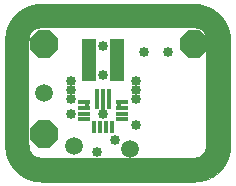
<source format=gts>
G04 EAGLE Gerber RS-274X export*
G75*
%MOMM*%
%FSLAX35Y35*%
%LPD*%
%INsolder_mask_top*%
%IPPOS*%
%AMOC8*
5,1,8,0,0,1.08239X$1,22.5*%
G01*
%ADD10C,2.000000*%
%ADD11C,0.010000*%
%ADD12R,0.453200X1.003200*%
%ADD13R,1.003200X0.453200*%
%ADD14R,0.453200X2.103200*%
%ADD15R,0.453200X1.753200*%
%ADD16R,0.453200X0.803200*%
%ADD17R,1.203200X3.603200*%
%ADD18P,2.556822X8X22.500000*%
%ADD19C,1.503200*%
%ADD20C,0.853200*%


D10*
X1500000Y4300000D02*
X2800000Y4300000D01*
X2804833Y4299942D01*
X2809663Y4299766D01*
X2814487Y4299475D01*
X2819303Y4299066D01*
X2824107Y4298542D01*
X2828898Y4297901D01*
X2833671Y4297145D01*
X2838425Y4296274D01*
X2843157Y4295288D01*
X2847863Y4294188D01*
X2852541Y4292975D01*
X2857189Y4291649D01*
X2861803Y4290211D01*
X2866382Y4288662D01*
X2870921Y4287003D01*
X2875419Y4285235D01*
X2879873Y4283358D01*
X2884280Y4281375D01*
X2888638Y4279285D01*
X2892945Y4277091D01*
X2897197Y4274794D01*
X2901392Y4272394D01*
X2905528Y4269894D01*
X2909603Y4267294D01*
X2913613Y4264597D01*
X2917557Y4261803D01*
X2921433Y4258916D01*
X2925237Y4255935D01*
X2928968Y4252863D01*
X2932625Y4249702D01*
X2936203Y4246454D01*
X2939702Y4243120D01*
X2943120Y4239702D01*
X2946454Y4236203D01*
X2949702Y4232625D01*
X2952863Y4228968D01*
X2955935Y4225237D01*
X2958916Y4221433D01*
X2961803Y4217557D01*
X2964597Y4213613D01*
X2967294Y4209603D01*
X2969894Y4205528D01*
X2972394Y4201392D01*
X2974794Y4197197D01*
X2977091Y4192945D01*
X2979285Y4188638D01*
X2981375Y4184280D01*
X2983358Y4179873D01*
X2985235Y4175419D01*
X2987003Y4170921D01*
X2988662Y4166382D01*
X2990211Y4161803D01*
X2991649Y4157189D01*
X2992975Y4152541D01*
X2994188Y4147863D01*
X2995288Y4143157D01*
X2996274Y4138425D01*
X2997145Y4133671D01*
X2997901Y4128898D01*
X2998542Y4124107D01*
X2999066Y4119303D01*
X2999475Y4114487D01*
X2999766Y4109663D01*
X2999942Y4104833D01*
X3000000Y4100000D01*
X3000000Y3200000D01*
X2999942Y3195167D01*
X2999766Y3190337D01*
X2999475Y3185513D01*
X2999066Y3180697D01*
X2998542Y3175893D01*
X2997901Y3171102D01*
X2997145Y3166329D01*
X2996274Y3161575D01*
X2995288Y3156843D01*
X2994188Y3152137D01*
X2992975Y3147459D01*
X2991649Y3142811D01*
X2990211Y3138197D01*
X2988662Y3133618D01*
X2987003Y3129079D01*
X2985235Y3124581D01*
X2983358Y3120127D01*
X2981375Y3115720D01*
X2979285Y3111362D01*
X2977091Y3107055D01*
X2974794Y3102803D01*
X2972394Y3098608D01*
X2969894Y3094472D01*
X2967294Y3090397D01*
X2964597Y3086387D01*
X2961803Y3082443D01*
X2958916Y3078567D01*
X2955935Y3074763D01*
X2952863Y3071032D01*
X2949702Y3067375D01*
X2946454Y3063797D01*
X2943120Y3060298D01*
X2939702Y3056880D01*
X2936203Y3053546D01*
X2932625Y3050298D01*
X2928968Y3047137D01*
X2925237Y3044065D01*
X2921433Y3041084D01*
X2917557Y3038197D01*
X2913613Y3035403D01*
X2909603Y3032706D01*
X2905528Y3030106D01*
X2901392Y3027606D01*
X2897197Y3025206D01*
X2892945Y3022909D01*
X2888638Y3020715D01*
X2884280Y3018625D01*
X2879873Y3016642D01*
X2875419Y3014765D01*
X2870921Y3012997D01*
X2866382Y3011338D01*
X2861803Y3009789D01*
X2857189Y3008351D01*
X2852541Y3007025D01*
X2847863Y3005812D01*
X2843157Y3004712D01*
X2838425Y3003726D01*
X2833671Y3002855D01*
X2828898Y3002099D01*
X2824107Y3001458D01*
X2819303Y3000934D01*
X2814487Y3000525D01*
X2809663Y3000234D01*
X2804833Y3000058D01*
X2800000Y3000000D01*
X1300000Y3200000D02*
X1300000Y4100000D01*
X1300000Y3200000D02*
X1300058Y3195167D01*
X1300234Y3190337D01*
X1300525Y3185513D01*
X1300934Y3180697D01*
X1301458Y3175893D01*
X1302099Y3171102D01*
X1302855Y3166329D01*
X1303726Y3161575D01*
X1304712Y3156843D01*
X1305812Y3152137D01*
X1307025Y3147459D01*
X1308351Y3142811D01*
X1309789Y3138197D01*
X1311338Y3133618D01*
X1312997Y3129079D01*
X1314765Y3124581D01*
X1316642Y3120127D01*
X1318625Y3115720D01*
X1320715Y3111362D01*
X1322909Y3107055D01*
X1325206Y3102803D01*
X1327606Y3098608D01*
X1330106Y3094472D01*
X1332706Y3090397D01*
X1335403Y3086387D01*
X1338197Y3082443D01*
X1341084Y3078567D01*
X1344065Y3074763D01*
X1347137Y3071032D01*
X1350298Y3067375D01*
X1353546Y3063797D01*
X1356880Y3060298D01*
X1360298Y3056880D01*
X1363797Y3053546D01*
X1367375Y3050298D01*
X1371032Y3047137D01*
X1374763Y3044065D01*
X1378567Y3041084D01*
X1382443Y3038197D01*
X1386387Y3035403D01*
X1390397Y3032706D01*
X1394472Y3030106D01*
X1398608Y3027606D01*
X1402803Y3025206D01*
X1407055Y3022909D01*
X1411362Y3020715D01*
X1415720Y3018625D01*
X1420127Y3016642D01*
X1424581Y3014765D01*
X1429079Y3012997D01*
X1433618Y3011338D01*
X1438197Y3009789D01*
X1442811Y3008351D01*
X1447459Y3007025D01*
X1452137Y3005812D01*
X1456843Y3004712D01*
X1461575Y3003726D01*
X1466329Y3002855D01*
X1471102Y3002099D01*
X1475893Y3001458D01*
X1480697Y3000934D01*
X1485513Y3000525D01*
X1490337Y3000234D01*
X1495167Y3000058D01*
X1500000Y3000000D01*
X2800000Y3000000D01*
X1500000Y4300000D02*
X1495167Y4299942D01*
X1490337Y4299766D01*
X1485513Y4299475D01*
X1480697Y4299066D01*
X1475893Y4298542D01*
X1471102Y4297901D01*
X1466329Y4297145D01*
X1461575Y4296274D01*
X1456843Y4295288D01*
X1452137Y4294188D01*
X1447459Y4292975D01*
X1442811Y4291649D01*
X1438197Y4290211D01*
X1433618Y4288662D01*
X1429079Y4287003D01*
X1424581Y4285235D01*
X1420127Y4283358D01*
X1415720Y4281375D01*
X1411362Y4279285D01*
X1407055Y4277091D01*
X1402803Y4274794D01*
X1398608Y4272394D01*
X1394472Y4269894D01*
X1390397Y4267294D01*
X1386387Y4264597D01*
X1382443Y4261803D01*
X1378567Y4258916D01*
X1374763Y4255935D01*
X1371032Y4252863D01*
X1367375Y4249702D01*
X1363797Y4246454D01*
X1360298Y4243120D01*
X1356880Y4239702D01*
X1353546Y4236203D01*
X1350298Y4232625D01*
X1347137Y4228968D01*
X1344065Y4225237D01*
X1341084Y4221433D01*
X1338197Y4217557D01*
X1335403Y4213613D01*
X1332706Y4209603D01*
X1330106Y4205528D01*
X1327606Y4201392D01*
X1325206Y4197197D01*
X1322909Y4192945D01*
X1320715Y4188638D01*
X1318625Y4184280D01*
X1316642Y4179873D01*
X1314765Y4175419D01*
X1312997Y4170921D01*
X1311338Y4166382D01*
X1309789Y4161803D01*
X1308351Y4157189D01*
X1307025Y4152541D01*
X1305812Y4147863D01*
X1304712Y4143157D01*
X1303726Y4138425D01*
X1302855Y4133671D01*
X1302099Y4128898D01*
X1301458Y4124107D01*
X1300934Y4119303D01*
X1300525Y4114487D01*
X1300234Y4109663D01*
X1300058Y4104833D01*
X1300000Y4100000D01*
D11*
X3100000Y4100000D02*
X3100000Y3200000D01*
X3099912Y3192751D01*
X3099650Y3185506D01*
X3099212Y3178270D01*
X3098599Y3171046D01*
X3097813Y3163839D01*
X3096852Y3156653D01*
X3095718Y3149493D01*
X3094411Y3142362D01*
X3092932Y3135265D01*
X3091283Y3128205D01*
X3089463Y3121188D01*
X3087474Y3114216D01*
X3085317Y3107295D01*
X3082994Y3100428D01*
X3080505Y3093619D01*
X3077852Y3086872D01*
X3075038Y3080191D01*
X3072062Y3073580D01*
X3068928Y3067043D01*
X3065637Y3060583D01*
X3062190Y3054205D01*
X3058591Y3047912D01*
X3054840Y3041708D01*
X3050941Y3035596D01*
X3046895Y3029581D01*
X3042705Y3023664D01*
X3038373Y3017851D01*
X3033902Y3012144D01*
X3029295Y3006547D01*
X3024553Y3001063D01*
X3019681Y2995695D01*
X3014680Y2990447D01*
X3009553Y2985320D01*
X3004305Y2980319D01*
X2998937Y2975447D01*
X2993453Y2970705D01*
X2987856Y2966098D01*
X2982149Y2961627D01*
X2976336Y2957295D01*
X2970419Y2953105D01*
X2964404Y2949059D01*
X2958292Y2945160D01*
X2952088Y2941409D01*
X2945795Y2937810D01*
X2939417Y2934363D01*
X2932957Y2931072D01*
X2926420Y2927938D01*
X2919809Y2924962D01*
X2913128Y2922148D01*
X2906381Y2919495D01*
X2899572Y2917006D01*
X2892705Y2914683D01*
X2885784Y2912526D01*
X2878812Y2910537D01*
X2871795Y2908717D01*
X2864735Y2907068D01*
X2857638Y2905589D01*
X2850507Y2904282D01*
X2843347Y2903148D01*
X2836161Y2902187D01*
X2828954Y2901401D01*
X2821730Y2900788D01*
X2814494Y2900350D01*
X2807249Y2900088D01*
X2800000Y2900000D01*
X1500000Y2900000D01*
X1492751Y2900088D01*
X1485506Y2900350D01*
X1478270Y2900788D01*
X1471046Y2901401D01*
X1463839Y2902187D01*
X1456653Y2903148D01*
X1449493Y2904282D01*
X1442362Y2905589D01*
X1435265Y2907068D01*
X1428205Y2908717D01*
X1421188Y2910537D01*
X1414216Y2912526D01*
X1407295Y2914683D01*
X1400428Y2917006D01*
X1393619Y2919495D01*
X1386872Y2922148D01*
X1380191Y2924962D01*
X1373580Y2927938D01*
X1367043Y2931072D01*
X1360583Y2934363D01*
X1354205Y2937810D01*
X1347912Y2941409D01*
X1341708Y2945160D01*
X1335596Y2949059D01*
X1329581Y2953105D01*
X1323664Y2957295D01*
X1317851Y2961627D01*
X1312144Y2966098D01*
X1306547Y2970705D01*
X1301063Y2975447D01*
X1295695Y2980319D01*
X1290447Y2985320D01*
X1285320Y2990447D01*
X1280319Y2995695D01*
X1275447Y3001063D01*
X1270705Y3006547D01*
X1266098Y3012144D01*
X1261627Y3017851D01*
X1257295Y3023664D01*
X1253105Y3029581D01*
X1249059Y3035596D01*
X1245160Y3041708D01*
X1241409Y3047912D01*
X1237810Y3054205D01*
X1234363Y3060583D01*
X1231072Y3067043D01*
X1227938Y3073580D01*
X1224962Y3080191D01*
X1222148Y3086872D01*
X1219495Y3093619D01*
X1217006Y3100428D01*
X1214683Y3107295D01*
X1212526Y3114216D01*
X1210537Y3121188D01*
X1208717Y3128205D01*
X1207068Y3135265D01*
X1205589Y3142362D01*
X1204282Y3149493D01*
X1203148Y3156653D01*
X1202187Y3163839D01*
X1201401Y3171046D01*
X1200788Y3178270D01*
X1200350Y3185506D01*
X1200088Y3192751D01*
X1200000Y3200000D01*
X1200000Y4100000D01*
X1200088Y4107249D01*
X1200350Y4114494D01*
X1200788Y4121730D01*
X1201401Y4128954D01*
X1202187Y4136161D01*
X1203148Y4143347D01*
X1204282Y4150507D01*
X1205589Y4157638D01*
X1207068Y4164735D01*
X1208717Y4171795D01*
X1210537Y4178812D01*
X1212526Y4185784D01*
X1214683Y4192705D01*
X1217006Y4199572D01*
X1219495Y4206381D01*
X1222148Y4213128D01*
X1224962Y4219809D01*
X1227938Y4226420D01*
X1231072Y4232957D01*
X1234363Y4239417D01*
X1237810Y4245795D01*
X1241409Y4252088D01*
X1245160Y4258292D01*
X1249059Y4264404D01*
X1253105Y4270419D01*
X1257295Y4276336D01*
X1261627Y4282149D01*
X1266098Y4287856D01*
X1270705Y4293453D01*
X1275447Y4298937D01*
X1280319Y4304305D01*
X1285320Y4309553D01*
X1290447Y4314680D01*
X1295695Y4319681D01*
X1301063Y4324553D01*
X1306547Y4329295D01*
X1312144Y4333902D01*
X1317851Y4338373D01*
X1323664Y4342705D01*
X1329581Y4346895D01*
X1335596Y4350941D01*
X1341708Y4354840D01*
X1347912Y4358591D01*
X1354205Y4362190D01*
X1360583Y4365637D01*
X1367043Y4368928D01*
X1373580Y4372062D01*
X1380191Y4375038D01*
X1386872Y4377852D01*
X1393619Y4380505D01*
X1400428Y4382994D01*
X1407295Y4385317D01*
X1414216Y4387474D01*
X1421188Y4389463D01*
X1428205Y4391283D01*
X1435265Y4392932D01*
X1442362Y4394411D01*
X1449493Y4395718D01*
X1456653Y4396852D01*
X1463839Y4397813D01*
X1471046Y4398599D01*
X1478270Y4399212D01*
X1485506Y4399650D01*
X1492751Y4399912D01*
X1500000Y4400000D01*
X2800000Y4400000D01*
X2807249Y4399912D01*
X2814494Y4399650D01*
X2821730Y4399212D01*
X2828954Y4398599D01*
X2836161Y4397813D01*
X2843347Y4396852D01*
X2850507Y4395718D01*
X2857638Y4394411D01*
X2864735Y4392932D01*
X2871795Y4391283D01*
X2878812Y4389463D01*
X2885784Y4387474D01*
X2892705Y4385317D01*
X2899572Y4382994D01*
X2906381Y4380505D01*
X2913128Y4377852D01*
X2919809Y4375038D01*
X2926420Y4372062D01*
X2932957Y4368928D01*
X2939417Y4365637D01*
X2945795Y4362190D01*
X2952088Y4358591D01*
X2958292Y4354840D01*
X2964404Y4350941D01*
X2970419Y4346895D01*
X2976336Y4342705D01*
X2982149Y4338373D01*
X2987856Y4333902D01*
X2993453Y4329295D01*
X2998937Y4324553D01*
X3004305Y4319681D01*
X3009553Y4314680D01*
X3014680Y4309553D01*
X3019681Y4304305D01*
X3024553Y4298937D01*
X3029295Y4293453D01*
X3033902Y4287856D01*
X3038373Y4282149D01*
X3042705Y4276336D01*
X3046895Y4270419D01*
X3050941Y4264404D01*
X3054840Y4258292D01*
X3058591Y4252088D01*
X3062190Y4245795D01*
X3065637Y4239417D01*
X3068928Y4232957D01*
X3072062Y4226420D01*
X3075038Y4219809D01*
X3077852Y4213128D01*
X3080505Y4206381D01*
X3082994Y4199572D01*
X3085317Y4192705D01*
X3087474Y4185784D01*
X3089463Y4178812D01*
X3091283Y4171795D01*
X3092932Y4164735D01*
X3094411Y4157638D01*
X3095718Y4150507D01*
X3096852Y4143347D01*
X3097813Y4136161D01*
X3098599Y4128954D01*
X3099212Y4121730D01*
X3099650Y4114494D01*
X3099912Y4107249D01*
X3100000Y4100000D01*
D12*
X2050000Y3365000D03*
X2100000Y3365000D03*
X1950000Y3365000D03*
X2000000Y3365000D03*
D13*
X1865000Y3425000D03*
X1865000Y3475000D03*
X1865000Y3525000D03*
X1865000Y3575000D03*
X2185000Y3425000D03*
X2185000Y3475000D03*
X2185000Y3525000D03*
X2185000Y3575000D03*
D14*
X2025000Y3581500D03*
D15*
X1975000Y3599000D03*
D16*
X1892500Y3550000D03*
D15*
X2075000Y3599000D03*
D16*
X2157500Y3550500D03*
D17*
X1906500Y3925000D03*
X2143500Y3925000D03*
D18*
X1524000Y4064000D03*
X1524000Y3302000D03*
X2794000Y4064000D03*
D19*
X1775000Y3200000D03*
X2250000Y3175000D03*
X1525000Y3650000D03*
D20*
X1750000Y3475000D03*
X2025000Y3475000D03*
X2375000Y4000000D03*
X2575000Y4000000D03*
X2025000Y4050000D03*
X2025000Y3800000D03*
X1975000Y3150000D03*
X2125000Y3250000D03*
X1750000Y3600000D03*
X1750000Y3675000D03*
X1750000Y3750000D03*
X2300000Y3600000D03*
X2300000Y3375000D03*
X2300000Y3675000D03*
X2300000Y3750000D03*
M02*

</source>
